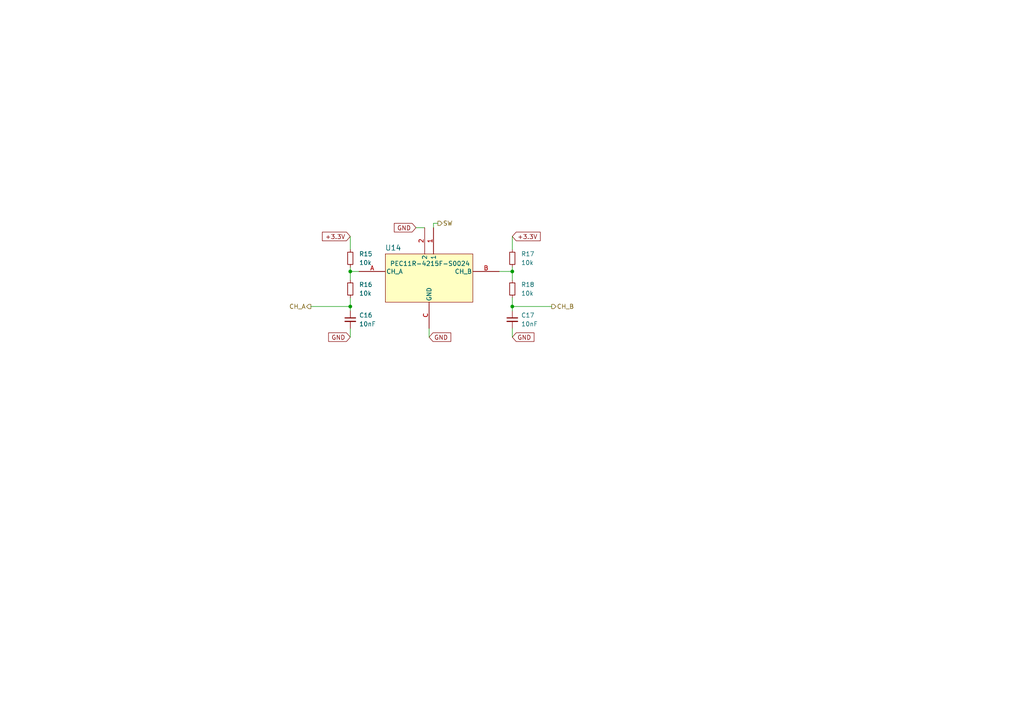
<source format=kicad_sch>
(kicad_sch (version 20231120) (generator "eeschema") (generator_version "8.0")
  (paper "A4")
  (title_block (rev "v01") (comment 2 "creativecommons.org/licences/4.0/") (comment 3 "Licence: CC BY 4.0") (comment 4 "Author: Nicolas Perozzi"))
  (lib_symbols
    (symbol "Device:C_Small" (pin_numbers hide) (pin_names (offset 0.254) hide)
      (property "Reference" "C" (at 0.254 1.778 0))
      (property "Value" "C_Small" (at 0.254 -2.032 0))
      (symbol "C_Small_0_1"
        (polyline (pts (xy -1.524 -0.508) (xy 1.524 -0.508)) (stroke (width 0.3302)))
        (polyline (pts (xy -1.524 0.508) (xy 1.524 0.508)) (stroke (width 0.3048)))
      )
      (symbol "C_Small_1_1"
        (pin passive line (at 0 2.54 270) (length 2.032) (name "~") (number "1"))
        (pin passive line (at 0 -2.54 90) (length 2.032) (name "~") (number "2"))
      )
    )
    (symbol "Device:R_Small" (pin_numbers hide) (pin_names (offset 0.254) hide)
      (property "Reference" "R" (at 0.762 0.508 0))
      (property "Value" "R_Small" (at 0.762 -1.016 0))
      (symbol "R_Small_0_1"
        (rectangle (start -0.762 1.778) (end 0.762 -1.778) (stroke (width 0.2032)))
      )
      (symbol "R_Small_1_1"
        (pin passive line (at 0 2.54 270) (length 0.762) (name "~") (number "1"))
        (pin passive line (at 0 -2.54 90) (length 0.762) (name "~") (number "2"))
      )
    )
    (symbol "kitchen_timer-symbols_lib:PEC11R-4215F-S0024" (pin_names (offset 0.254))
      (property "Reference" "U14" (at -10.414 8.128 0))
      (property "Value" "PEC11R-4215F-S0024" (at 0.254 3.556 0))
      (symbol "PEC11R-4215F-S0024_1_1"
        (rectangle (start -12.7 6.35) (end 12.7 -7.62) (fill (type background)))
        (pin output line (at 1.27 13.97 270) (length 7.62) (name "1") (number "1"))
        (pin output line (at -1.27 13.97 270) (length 7.62) (name "2") (number "2"))
        (pin output line (at -20.32 1.27 0) (length 7.62) (name "CH_A") (number "A"))
        (pin output line (at 20.32 1.27 180) (length 7.62) (name "CH_B") (number "B"))
        (pin power_in line (at 0 -15.24 90) (length 7.62) (name "GND") (number "C"))
      )
    )
  )
  (junction (at 101.6 78.74))
  (junction (at 101.6 88.9))
  (junction (at 148.59 88.9))
  (junction (at 148.59 78.74))
  (wire (pts (xy 144.78 78.74) (xy 148.59 78.74)))
  (wire (pts (xy 104.14 78.74) (xy 101.6 78.74)))
  (wire (pts (xy 101.6 86.36) (xy 101.6 88.9)))
  (wire (pts (xy 125.73 64.77) (xy 125.73 66.04)))
  (wire (pts (xy 148.59 78.74) (xy 148.59 77.47)))
  (wire (pts (xy 101.6 88.9) (xy 90.17 88.9)))
  (wire (pts (xy 127 64.77) (xy 125.73 64.77)))
  (wire (pts (xy 148.59 68.58) (xy 148.59 72.39)))
  (wire (pts (xy 101.6 78.74) (xy 101.6 81.28)))
  (wire (pts (xy 101.6 68.58) (xy 101.6 72.39)))
  (wire (pts (xy 148.59 86.36) (xy 148.59 88.9)))
  (wire (pts (xy 148.59 88.9) (xy 160.02 88.9)))
  (wire (pts (xy 101.6 95.25) (xy 101.6 97.79)))
  (wire (pts (xy 120.65 66.04) (xy 123.19 66.04)))
  (wire (pts (xy 101.6 88.9) (xy 101.6 90.17)))
  (wire (pts (xy 101.6 78.74) (xy 101.6 77.47)))
  (wire (pts (xy 148.59 78.74) (xy 148.59 81.28)))
  (wire (pts (xy 148.59 88.9) (xy 148.59 90.17)))
  (wire (pts (xy 148.59 95.25) (xy 148.59 97.79)))
  (wire (pts (xy 124.46 95.25) (xy 124.46 97.79)))
  (global_label "GND" (shape input) (at 124.46 97.79 0) (property "Intersheetrefs" "${INTERSHEET_REFS}" (effects (hide yes))))
  (global_label "GND" (shape input) (at 120.65 66.04 180) (property "Intersheetrefs" "${INTERSHEET_REFS}" (effects (hide yes))))
  (global_label "+3.3V" (shape input) (at 101.6 68.58 180) (property "Intersheetrefs" "${INTERSHEET_REFS}" (effects (hide yes))))
  (global_label "GND" (shape input) (at 101.6 97.79 180) (property "Intersheetrefs" "${INTERSHEET_REFS}" (effects (hide yes))))
  (global_label "GND" (shape input) (at 148.59 97.79 0) (property "Intersheetrefs" "${INTERSHEET_REFS}" (effects (hide yes))))
  (global_label "+3.3V" (shape input) (at 148.59 68.58 0) (property "Intersheetrefs" "${INTERSHEET_REFS}" (effects (hide yes))))
  (hierarchical_label "SW" (shape output) (at 127 64.77 0))
  (hierarchical_label "CH_A" (shape output) (at 90.17 88.9 180))
  (hierarchical_label "CH_B" (shape output) (at 160.02 88.9 0))
  (symbol (lib_id "Device:R_Small") (at 148.59 83.82 0) (unit 1)
    (property "Reference" "R18" (at 151.13 82.5499 0) (effects (justify left)))
    (property "Value" "10k" (at 151.13 85.0899 0) (effects (justify left)))
    (property "Description" "Resistor, small symbol" (effects (hide yes)))
  )
  (symbol (lib_id "Device:C_Small") (at 148.59 92.71 0) (unit 1)
    (property "Reference" "C17" (at 151.13 91.4462 0) (effects (justify left)))
    (property "Value" "10nF" (at 151.13 93.9862 0) (effects (justify left)))
    (property "Description" "Unpolarized capacitor, small symbol" (effects (hide yes)))
  )
  (symbol (lib_id "kitchen_timer-symbols_lib:PEC11R-4215F-S0024") (at 124.46 80.01 0) (unit 1)
    (property "Reference" "U14" (at 114.046 71.882 0) (effects (font (size 1.524 1.524))))
    (property "Value" "PEC11R-4215F-S0024" (at 124.714 76.454 0) (effects (font (size 1.3 1.3))))
    (property "Footprint" "kitchen_timer:TO_215F-S0024" (effects (hide yes)))
    (property "Datasheet" "https://www.lcsc.com/datasheet/lcsc_datasheet_2304140030_BOURNS-PEC11R-4215F-S0024_C143790.pdf" (effects (hide yes)))
    (property "Description" "Plugin Rotary Encoders ROHS" (effects (hide yes)))
    (property "Supplier Link" "https://jlcpcb.com/partdetail/Bourns-PEC11R_4215FS0024/C143790" (effects (hide yes)))
    (property "Price/unit" "$2.4720" (effects (hide yes)))
    (property "Part Num" "PEC11R-4215F-S0024" (effects (hide yes)))
    (property "Package" "Through_Hole" (effects (hide yes)))
  )
  (symbol (lib_id "Device:C_Small") (at 101.6 92.71 0) (mirror y) (unit 1)
    (property "Reference" "C16" (at 104.14 91.4462 0) (effects (justify right)))
    (property "Value" "10nF" (at 104.14 93.9862 0) (effects (justify right)))
    (property "Description" "Unpolarized capacitor, small symbol" (effects (hide yes)))
  )
  (symbol (lib_id "Device:R_Small") (at 101.6 74.93 0) (mirror y) (unit 1)
    (property "Reference" "R15" (at 104.14 73.6599 0) (effects (justify right)))
    (property "Value" "10k" (at 104.14 76.1999 0) (effects (justify right)))
    (property "Description" "Resistor, small symbol" (effects (hide yes)))
  )
  (symbol (lib_id "Device:R_Small") (at 101.6 83.82 0) (mirror y) (unit 1)
    (property "Reference" "R16" (at 104.14 82.5499 0) (effects (justify right)))
    (property "Value" "10k" (at 104.14 85.0899 0) (effects (justify right)))
    (property "Description" "Resistor, small symbol" (effects (hide yes)))
  )
  (symbol (lib_id "Device:R_Small") (at 148.59 74.93 0) (unit 1)
    (property "Reference" "R17" (at 151.13 73.6599 0) (effects (justify left)))
    (property "Value" "10k" (at 151.13 76.1999 0) (effects (justify left)))
    (property "Description" "Resistor, small symbol" (effects (hide yes)))
  )
)
</source>
